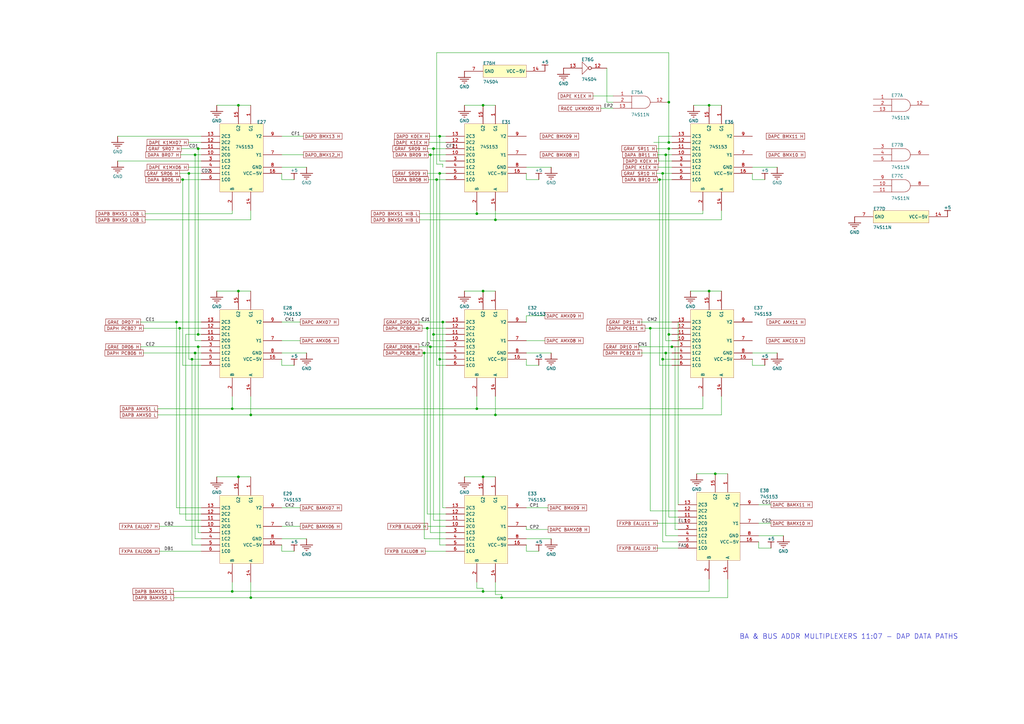
<source format=kicad_sch>
(kicad_sch (version 20250114) (generator "eeschema") (generator_version "9.0")
  (paper "A3")
  (title_block (title "BA, BUS, ADDR") (date "2025-01-19") (rev "1"))
  (lib_symbols
    (symbol "Untitled-altium-import:+5_BAR" (power)
      (property "Value" "+5" (at 0 -3.81 0))
      (symbol "+5_BAR_0_0"
        (polyline (pts (xy -1.27 -2.54) (xy 1.27 -2.54)) (stroke (width 0.254)))
        (polyline (pts (xy 0 0) (xy 0 -2.54)) (stroke (width 0.254)))
        (pin power_in line (at 0 0 0) (length 0) (hide yes) (name "+5") (number ""))
      )
    )
    (symbol "Untitled-altium-import:GND_POWER_GROUND" (power)
      (property "Value" "GND" (at 0 -6.35 0))
      (symbol "GND_POWER_GROUND_0_0"
        (polyline (pts (xy -2.54 -2.54) (xy 2.54 -2.54)) (stroke (width 0.254)))
        (polyline (pts (xy -1.778 -3.302) (xy 1.778 -3.302)) (stroke (width 0.254)))
        (polyline (pts (xy -1.016 -4.064) (xy 1.016 -4.064)) (stroke (width 0.254)))
        (polyline (pts (xy -0.254 -4.826) (xy 0.254 -4.826)) (stroke (width 0.254)))
        (polyline (pts (xy 0 0) (xy 0 -2.54)) (stroke (width 0.254)))
        (pin power_in line (at 0 0 0) (length 0) (hide yes) (name "GND") (number ""))
      )
    )
    (symbol "Untitled-altium-import:root_0_74S04"
      (symbol "root_0_74S04_1_0"
        (polyline (pts (xy 7.62 -2.54) (xy 7.62 2.54) (xy 10.16 0) (xy 7.62 -2.54)))
        (pin input line (at 0 0 0) (length 7.62) (name "1A") (number "1"))
        (pin passive inverted (at 17.78 0 180) (length 7.62) (name "1Y") (number "2"))
      )
      (symbol "root_0_74S04_2_0"
        (polyline (pts (xy 7.62 -2.54) (xy 7.62 2.54) (xy 10.16 0) (xy 7.62 -2.54)))
        (pin input line (at 0 0 0) (length 7.62) (name "1A") (number "3"))
        (pin passive inverted (at 17.78 0 180) (length 7.62) (name "1Y") (number "4"))
      )
      (symbol "root_0_74S04_3_0"
        (polyline (pts (xy 7.62 -2.54) (xy 7.62 2.54) (xy 10.16 0) (xy 7.62 -2.54)))
        (pin input line (at 0 0 0) (length 7.62) (name "3A") (number "5"))
        (pin passive inverted (at 17.78 0 180) (length 7.62) (name "3Y") (number "6"))
      )
      (symbol "root_0_74S04_4_0"
        (polyline (pts (xy 7.62 -2.54) (xy 7.62 2.54) (xy 10.16 0) (xy 7.62 -2.54)))
        (pin input line (at 0 0 0) (length 7.62) (name "4A") (number "9"))
        (pin passive inverted (at 17.78 0 180) (length 7.62) (name "4Y") (number "8"))
      )
      (symbol "root_0_74S04_5_0"
        (polyline (pts (xy 7.62 -2.54) (xy 7.62 2.54) (xy 10.16 0) (xy 7.62 -2.54)))
        (pin input line (at 0 0 0) (length 7.62) (name "5A") (number "11"))
        (pin passive inverted (at 17.78 0 180) (length 7.62) (name "5Y") (number "10"))
      )
      (symbol "root_0_74S04_7_0"
        (polyline (pts (xy 7.62 -2.54) (xy 7.62 2.54) (xy 10.16 0) (xy 7.62 -2.54)))
        (pin input line (at 0 0 0) (length 7.62) (name "6A") (number "13"))
        (pin passive inverted (at 17.78 0 180) (length 7.62) (name "6Y") (number "12"))
      )
      (symbol "root_0_74S04_8_0"
        (rectangle (start 17.78 2.54) (end 0 -2.54) (stroke (width 0.0254) (color 128 0 0 1)) (fill (type background)))
        (pin passive line (at -7.62 0 0) (length 7.62) (name "GND") (number "7"))
        (pin passive line (at 25.4 0 180) (length 7.62) (name "VCC-5V") (number "14"))
      )
    )
    (symbol "Untitled-altium-import:root_0_74S11N"
      (symbol "root_0_74S11N_1_0"
        (polyline (pts (xy 50.8 25.4) (xy 45.72 25.4) (xy 45.72 20.32) (xy 50.8 20.32)))
        (arc (start 50.9279 25.3898) (mid 53.333 22.8614) (end 50.9307 20.3304))
        (pin passive line (at 38.1 25.4 0) (length 7.62) (name "1A") (number "1"))
        (pin passive line (at 38.1 22.86 0) (length 7.62) (name "1B") (number "2"))
        (pin passive line (at 38.1 20.32 0) (length 7.62) (name "1C") (number "13"))
        (pin passive line (at 60.96 22.86 180) (length 7.62) (name "1Y") (number "12"))
      )
      (symbol "root_0_74S11N_2_0"
        (polyline (pts (xy 5.08 5.08) (xy 0 5.08) (xy 0 0) (xy 5.08 0)))
        (arc (start 5.2079 5.0698) (mid 7.613 2.5414) (end 5.2107 0.0104))
        (pin passive line (at -7.62 5.08 0) (length 7.62) (name "2A") (number "3"))
        (pin passive line (at -7.62 2.54 0) (length 7.62) (name "2B") (number "4"))
        (pin passive line (at -7.62 0 0) (length 7.62) (name "2C") (number "5"))
        (pin passive line (at 15.24 2.54 180) (length 7.62) (name "2Y") (number "6"))
      )
      (symbol "root_0_74S11N_3_0"
        (polyline (pts (xy 5.08 5.08) (xy 0 5.08) (xy 0 0) (xy 5.08 0)))
        (arc (start 5.2079 5.0698) (mid 7.613 2.5414) (end 5.2107 0.0104))
        (pin passive line (at -7.62 5.08 0) (length 7.62) (name "3A") (number "9"))
        (pin passive line (at -7.62 2.54 0) (length 7.62) (name "3B") (number "10"))
        (pin passive line (at -7.62 0 0) (length 7.62) (name "3C") (number "11"))
        (pin passive line (at 15.24 2.54 180) (length 7.62) (name "3Y") (number "8"))
      )
      (symbol "root_0_74S11N_4_0"
        (rectangle (start 22.86 5.08) (end 0 0) (stroke (width 0.0254) (color 128 0 0 1)) (fill (type background)))
        (pin passive line (at -7.62 2.54 0) (length 7.62) (name "GND") (number "7"))
        (pin passive line (at 30.48 2.54 180) (length 7.62) (name "VCC-5V") (number "14"))
      )
    )
    (symbol "Untitled-altium-import:root_0_74S153"
      (symbol "root_0_74S153_1_0"
        (rectangle (start 27.94 27.94) (end 10.16 0) (stroke (width 0.0254) (color 128 0 0 1)) (fill (type background)))
        (pin passive line (at 2.54 22.86 0) (length 7.62) (name "2C3") (number "13"))
        (pin passive line (at 2.54 20.32 0) (length 7.62) (name "2C2") (number "12"))
        (pin passive line (at 2.54 17.78 0) (length 7.62) (name "2C1") (number "11"))
        (pin passive line (at 2.54 15.24 0) (length 7.62) (name "2C0") (number "10"))
        (pin passive line (at 2.54 12.7 0) (length 7.62) (name "1C3") (number "3"))
        (pin passive line (at 2.54 10.16 0) (length 7.62) (name "1C2") (number "4"))
        (pin passive line (at 2.54 7.62 0) (length 7.62) (name "1C1") (number "5"))
        (pin passive line (at 2.54 5.08 0) (length 7.62) (name "1C0") (number "6"))
        (pin passive line (at 15.24 -7.62 90) (length 7.62) (name "B") (number "2"))
        (pin passive line (at 17.78 35.56 270) (length 7.62) (name "G2") (number "15"))
        (pin passive line (at 22.86 35.56 270) (length 7.62) (name "G1") (number "1"))
        (pin passive line (at 22.86 -7.62 90) (length 7.62) (name "A") (number "14"))
        (pin passive line (at 35.56 22.86 180) (length 7.62) (name "Y2") (number "9"))
        (pin passive line (at 35.56 15.24 180) (length 7.62) (name "Y1") (number "7"))
        (pin passive line (at 35.56 10.16 180) (length 7.62) (name "GND") (number "8"))
        (pin passive line (at 35.56 7.62 180) (length 7.62) (name "VCC-5V") (number "16"))
      )
    )
  )
  (text "BA & BUS ADDR MULTIPLEXERS 11:07 - DAP DATA PATHS" (at 303.276 262.382 0) (effects (font (size 2.032 2.032)) (justify left bottom)))
  (junction (at 176.53 63.5))
  (junction (at 80.01 63.5))
  (junction (at 175.26 134.62))
  (junction (at 181.61 132.08))
  (junction (at 97.79 195.58))
  (junction (at 271.78 71.12))
  (junction (at 275.59 142.24))
  (junction (at 97.79 119.38))
  (junction (at 205.74 245.11))
  (junction (at 290.83 119.38))
  (junction (at 180.34 55.88))
  (junction (at 81.28 137.16))
  (junction (at 195.58 87.63))
  (junction (at 271.78 147.32))
  (junction (at 198.12 119.38))
  (junction (at 274.32 41.91))
  (junction (at 176.53 142.24))
  (junction (at 81.28 142.24))
  (junction (at 95.25 242.57))
  (junction (at 195.58 167.64))
  (junction (at 266.7 134.62))
  (junction (at 274.32 60.96))
  (junction (at 274.32 58.42))
  (junction (at 203.2 90.17))
  (junction (at 293.37 194.31))
  (junction (at 198.12 195.58))
  (junction (at 273.05 144.78))
  (junction (at 73.66 134.62))
  (junction (at 179.07 73.66))
  (junction (at 198.12 43.18))
  (junction (at 80.01 144.78))
  (junction (at 177.8 60.96))
  (junction (at 72.39 132.08))
  (junction (at 180.34 147.32))
  (junction (at 273.05 63.5))
  (junction (at 102.87 245.11))
  (junction (at 180.34 71.12))
  (junction (at 177.8 137.16))
  (junction (at 198.12 242.57))
  (junction (at 203.2 170.18))
  (junction (at 274.32 137.16))
  (junction (at 77.47 71.12))
  (junction (at 102.87 170.18))
  (junction (at 74.93 73.66))
  (junction (at 78.74 147.32))
  (junction (at 173.99 144.78))
  (junction (at 81.28 60.96))
  (junction (at 97.79 43.18))
  (junction (at 95.25 167.64))
  (junction (at 270.51 73.66))
  (junction (at 290.83 43.18))
  (wire (pts (xy 316.23 207.01) (xy 311.15 207.01)))
  (wire (pts (xy 177.8 60.96) (xy 182.88 60.96)))
  (wire (pts (xy 293.37 194.31) (xy 298.45 194.31)))
  (wire (pts (xy 173.99 220.98) (xy 182.88 220.98)))
  (wire (pts (xy 273.05 144.78) (xy 275.59 144.78)))
  (wire (pts (xy 226.06 68.58) (xy 215.9 68.58)))
  (wire (pts (xy 175.644 73.66) (xy 179.07 73.66)))
  (wire (pts (xy 64.651 167.64) (xy 95.25 167.64)))
  (wire (pts (xy 180.34 223.52) (xy 182.88 223.52)))
  (wire (pts (xy 81.28 142.24) (xy 81.28 218.44)))
  (wire (pts (xy 65.289 215.9) (xy 82.55 215.9)))
  (wire (pts (xy 78.74 223.52) (xy 78.74 147.32)))
  (wire (pts (xy 278.13 212.09) (xy 274.32 212.09)))
  (wire (pts (xy 215.9 226.06) (xy 215.9 223.52)))
  (wire (pts (xy 95.25 242.57) (xy 95.25 238.76)))
  (wire (pts (xy 195.58 241.3) (xy 198.12 241.3)))
  (wire (pts (xy 58.81 144.78) (xy 80.01 144.78)))
  (wire (pts (xy 102.87 170.18) (xy 64.651 170.18)))
  (wire (pts (xy 82.55 220.98) (xy 80.01 220.98)))
  (wire (pts (xy 173.99 144.78) (xy 173.99 220.98)))
  (wire (pts (xy 298.45 237.49) (xy 298.45 245.11)))
  (wire (pts (xy 74.93 73.66) (xy 74.93 149.86)))
  (wire (pts (xy 173.99 144.78) (xy 182.88 144.78)))
  (wire (pts (xy 102.87 90.17) (xy 59.525 90.17)))
  (wire (pts (xy 123.19 215.9) (xy 115.57 215.9)))
  (wire (pts (xy 273.05 63.5) (xy 273.05 139.7)))
  (wire (pts (xy 77.47 71.12) (xy 77.47 147.32)))
  (wire (pts (xy 271.78 71.12) (xy 271.78 147.32)))
  (wire (pts (xy 175.26 134.62) (xy 175.26 210.82)))
  (wire (pts (xy 198.12 195.58) (xy 203.2 195.58)))
  (wire (pts (xy 95.25 87.63) (xy 95.25 86.36)))
  (wire (pts (xy 74.296 60.96) (xy 81.28 60.96)))
  (wire (pts (xy 203.2 170.18) (xy 295.91 170.18)))
  (wire (pts (xy 269.624 73.66) (xy 270.51 73.66)))
  (wire (pts (xy 179.07 73.66) (xy 179.07 149.86)))
  (wire (pts (xy 175.26 134.62) (xy 182.88 134.62)))
  (wire (pts (xy 270.51 73.66) (xy 275.59 73.66)))
  (wire (pts (xy 102.87 162.56) (xy 102.87 170.18)))
  (wire (pts (xy 95.25 242.57) (xy 198.12 242.57)))
  (wire (pts (xy 179.07 73.66) (xy 182.88 73.66)))
  (wire (pts (xy 275.59 58.42) (xy 274.32 58.42)))
  (wire (pts (xy 273.05 63.5) (xy 275.59 63.5)))
  (wire (pts (xy 295.91 90.17) (xy 295.91 86.36)))
  (wire (pts (xy 298.45 245.11) (xy 205.74 245.11)))
  (wire (pts (xy 269.624 63.5) (xy 273.05 63.5)))
  (wire (pts (xy 198.12 241.3) (xy 198.12 242.57)))
  (wire (pts (xy 177.8 60.96) (xy 177.8 137.16)))
  (wire (pts (xy 176.53 142.24) (xy 182.88 142.24)))
  (wire (pts (xy 181.61 67.31) (xy 181.61 68.58)))
  (wire (pts (xy 278.13 222.25) (xy 271.78 222.25)))
  (wire (pts (xy 274.32 60.96) (xy 274.32 137.16)))
  (wire (pts (xy 82.55 223.52) (xy 78.74 223.52)))
  (wire (pts (xy 262.004 142.24) (xy 275.59 142.24)))
  (wire (pts (xy 274.32 41.91) (xy 274.32 58.42)))
  (wire (pts (xy 203.2 90.17) (xy 295.91 90.17)))
  (wire (pts (xy 80.01 220.98) (xy 80.01 144.78)))
  (wire (pts (xy 248.92 27.94) (xy 248.92 41.91)))
  (wire (pts (xy 77.47 71.12) (xy 82.55 71.12)))
  (wire (pts (xy 266.7 134.62) (xy 266.7 209.55)))
  (wire (pts (xy 120.65 226.06) (xy 115.57 226.06)))
  (wire (pts (xy 80.01 139.7) (xy 82.55 139.7)))
  (wire (pts (xy 195.58 238.76) (xy 195.58 241.3)))
  (wire (pts (xy 203.2 86.36) (xy 203.2 90.17)))
  (wire (pts (xy 120.65 149.86) (xy 115.57 149.86)))
  (wire (pts (xy 73.66 134.62) (xy 82.55 134.62)))
  (wire (pts (xy 77.228 58.42) (xy 82.55 58.42)))
  (wire (pts (xy 177.8 213.36) (xy 182.88 213.36)))
  (wire (pts (xy 274.32 137.16) (xy 275.59 137.16)))
  (wire (pts (xy 215.9 149.86) (xy 215.9 147.32)))
  (wire (pts (xy 179.07 67.31) (xy 181.61 67.31)))
  (wire (pts (xy 48.26 66.04) (xy 82.55 66.04)))
  (wire (pts (xy 198.12 119.38) (xy 203.2 119.38)))
  (wire (pts (xy 102.87 238.76) (xy 102.87 245.11)))
  (wire (pts (xy 224.79 217.17) (xy 215.9 217.17)))
  (wire (pts (xy 81.28 137.16) (xy 82.55 137.16)))
  (wire (pts (xy 82.55 208.28) (xy 72.39 208.28)))
  (wire (pts (xy 74.044 63.5) (xy 80.01 63.5)))
  (wire (pts (xy 81.28 60.96) (xy 82.55 60.96)))
  (wire (pts (xy 246.38 44.45) (xy 251.46 44.45)))
  (wire (pts (xy 171.834 132.08) (xy 181.61 132.08)))
  (wire (pts (xy 124.46 63.5) (xy 115.57 63.5)))
  (wire (pts (xy 181.61 132.08) (xy 182.88 132.08)))
  (wire (pts (xy 81.28 142.24) (xy 82.55 142.24)))
  (wire (pts (xy 176.53 142.24) (xy 176.53 218.44)))
  (wire (pts (xy 74.93 73.66) (xy 82.55 73.66)))
  (wire (pts (xy 123.19 132.08) (xy 115.57 132.08)))
  (wire (pts (xy 72.39 132.08) (xy 82.55 132.08)))
  (wire (pts (xy 120.65 73.66) (xy 115.57 73.66)))
  (wire (pts (xy 274.32 212.09) (xy 274.32 137.16)))
  (wire (pts (xy 269.24 60.96) (xy 274.32 60.96)))
  (wire (pts (xy 123.19 208.28) (xy 115.57 208.28)))
  (wire (pts (xy 274.32 21.59) (xy 179.07 21.59)))
  (wire (pts (xy 198.12 43.18) (xy 203.2 43.18)))
  (wire (pts (xy 82.55 213.36) (xy 76.2 213.36)))
  (wire (pts (xy 81.28 218.44) (xy 82.55 218.44)))
  (wire (pts (xy 284.48 43.18) (xy 290.83 43.18)))
  (wire (pts (xy 223.52 139.7) (xy 215.9 139.7)))
  (wire (pts (xy 181.61 132.08) (xy 181.61 208.28)))
  (wire (pts (xy 102.87 43.18) (xy 97.79 43.18)))
  (wire (pts (xy 175.465 215.9) (xy 182.88 215.9)))
  (wire (pts (xy 179.07 21.59) (xy 179.07 67.31)))
  (wire (pts (xy 77.47 147.32) (xy 78.74 147.32)))
  (wire (pts (xy 290.83 43.18) (xy 295.91 43.18)))
  (wire (pts (xy 195.58 167.64) (xy 288.29 167.64)))
  (wire (pts (xy 318.77 68.58) (xy 308.61 68.58)))
  (wire (pts (xy 65.289 226.06) (xy 82.55 226.06)))
  (wire (pts (xy 274.32 58.42) (xy 268.092 58.42)))
  (wire (pts (xy 226.06 220.98) (xy 215.9 220.98)))
  (wire (pts (xy 76.2 137.16) (xy 81.28 137.16)))
  (wire (pts (xy 180.34 71.12) (xy 180.34 147.32)))
  (wire (pts (xy 251.46 39.37) (xy 243.206 39.37)))
  (wire (pts (xy 76.2 213.36) (xy 76.2 137.16)))
  (wire (pts (xy 74.93 149.86) (xy 82.55 149.86)))
  (wire (pts (xy 97.79 119.38) (xy 88.9 119.38)))
  (wire (pts (xy 195.58 87.63) (xy 195.58 86.36)))
  (wire (pts (xy 270.131 55.88) (xy 270.131 66.04)))
  (wire (pts (xy 175.26 71.12) (xy 180.34 71.12)))
  (wire (pts (xy 275.59 55.88) (xy 270.131 55.88)))
  (wire (pts (xy 220.98 149.86) (xy 215.9 149.86)))
  (wire (pts (xy 73.663 71.12) (xy 77.47 71.12)))
  (wire (pts (xy 285.75 194.31) (xy 293.37 194.31)))
  (wire (pts (xy 271.78 222.25) (xy 271.78 147.32)))
  (wire (pts (xy 275.59 134.62) (xy 266.7 134.62)))
  (wire (pts (xy 278.13 217.17) (xy 276.86 217.17)))
  (wire (pts (xy 220.98 226.06) (xy 215.9 226.06)))
  (wire (pts (xy 179.07 149.86) (xy 182.88 149.86)))
  (wire (pts (xy 313.69 73.66) (xy 308.61 73.66)))
  (wire (pts (xy 313.69 149.86) (xy 308.61 149.86)))
  (wire (pts (xy 290.83 237.49) (xy 290.83 242.57)))
  (wire (pts (xy 57.66 132.08) (xy 72.39 132.08)))
  (wire (pts (xy 308.61 149.86) (xy 308.61 147.32)))
  (wire (pts (xy 172.045 90.17) (xy 203.2 90.17)))
  (wire (pts (xy 180.34 147.32) (xy 182.88 147.32)))
  (wire (pts (xy 102.87 170.18) (xy 203.2 170.18)))
  (wire (pts (xy 274.32 41.91) (xy 274.32 21.59)))
  (wire (pts (xy 71.12 242.57) (xy 95.25 242.57)))
  (wire (pts (xy 176.53 63.5) (xy 176.53 139.7)))
  (wire (pts (xy 175.896 58.42) (xy 182.88 58.42)))
  (wire (pts (xy 74.044 73.66) (xy 74.93 73.66)))
  (wire (pts (xy 97.79 43.18) (xy 88.9 43.18)))
  (wire (pts (xy 78.74 147.32) (xy 82.55 147.32)))
  (wire (pts (xy 80.01 144.78) (xy 82.55 144.78)))
  (wire (pts (xy 269.24 224.79) (xy 278.13 224.79)))
  (wire (pts (xy 270.51 73.66) (xy 270.51 149.86)))
  (wire (pts (xy 220.98 73.66) (xy 215.9 73.66)))
  (wire (pts (xy 174.382 226.06) (xy 182.88 226.06)))
  (wire (pts (xy 181.61 208.28) (xy 182.88 208.28)))
  (wire (pts (xy 190.5 195.58) (xy 198.12 195.58)))
  (wire (pts (xy 80.01 63.5) (xy 82.55 63.5)))
  (wire (pts (xy 125.73 144.78) (xy 115.57 144.78)))
  (wire (pts (xy 175.26 210.82) (xy 182.88 210.82)))
  (wire (pts (xy 176.151 55.88) (xy 180.34 55.88)))
  (wire (pts (xy 273.05 219.71) (xy 273.05 144.78)))
  (wire (pts (xy 205.74 245.11) (xy 102.87 245.11)))
  (wire (pts (xy 73.66 210.82) (xy 73.66 134.62)))
  (wire (pts (xy 226.06 144.78) (xy 215.9 144.78)))
  (wire (pts (xy 321.31 219.71) (xy 311.15 219.71)))
  (wire (pts (xy 180.34 147.32) (xy 180.34 223.52)))
  (wire (pts (xy 308.61 73.66) (xy 308.61 71.12)))
  (wire (pts (xy 195.58 87.63) (xy 288.29 87.63)))
  (wire (pts (xy 266.7 209.55) (xy 278.13 209.55)))
  (wire (pts (xy 271.78 71.12) (xy 275.59 71.12)))
  (wire (pts (xy 176.53 218.44) (xy 182.88 218.44)))
  (wire (pts (xy 180.34 55.88) (xy 180.34 66.04)))
  (wire (pts (xy 274.32 60.96) (xy 275.59 60.96)))
  (wire (pts (xy 288.29 87.63) (xy 288.29 86.36)))
  (wire (pts (xy 318.77 144.78) (xy 308.61 144.78)))
  (wire (pts (xy 175.26 60.96) (xy 177.8 60.96)))
  (wire (pts (xy 58.81 134.62) (xy 73.66 134.62)))
  (wire (pts (xy 215.9 132.08) (xy 215.9 129.54)))
  (wire (pts (xy 115.57 73.66) (xy 115.57 71.12)))
  (wire (pts (xy 270.51 149.86) (xy 275.59 149.86)))
  (wire (pts (xy 102.87 245.11) (xy 71.261 245.11)))
  (wire (pts (xy 172.045 87.63) (xy 195.58 87.63)))
  (wire (pts (xy 215.9 217.17) (xy 215.9 215.9)))
  (wire (pts (xy 59.525 87.63) (xy 95.25 87.63)))
  (wire (pts (xy 180.34 66.04) (xy 182.88 66.04)))
  (wire (pts (xy 262.89 144.78) (xy 273.05 144.78)))
  (wire (pts (xy 176.53 139.7) (xy 182.88 139.7)))
  (wire (pts (xy 190.5 119.38) (xy 198.12 119.38)))
  (wire (pts (xy 270.131 66.04) (xy 275.59 66.04)))
  (wire (pts (xy 311.15 224.79) (xy 311.15 222.25)))
  (wire (pts (xy 177.8 137.16) (xy 177.8 213.36)))
  (wire (pts (xy 81.28 60.96) (xy 81.28 137.16)))
  (wire (pts (xy 295.91 170.18) (xy 295.91 162.56)))
  (wire (pts (xy 97.79 195.58) (xy 88.9 195.58)))
  (wire (pts (xy 248.92 41.91) (xy 251.46 41.91)))
  (wire (pts (xy 262.89 132.08) (xy 275.59 132.08)))
  (wire (pts (xy 290.83 242.57) (xy 198.12 242.57)))
  (wire (pts (xy 173.11 144.78) (xy 173.99 144.78)))
  (wire (pts (xy 48.26 55.88) (xy 82.55 55.88)))
  (wire (pts (xy 173.11 134.62) (xy 175.26 134.62)))
  (wire (pts (xy 269.24 71.12) (xy 271.78 71.12)))
  (wire (pts (xy 180.34 71.12) (xy 182.88 71.12)))
  (wire (pts (xy 175.644 63.5) (xy 176.53 63.5)))
  (wire (pts (xy 125.73 68.58) (xy 115.57 68.58)))
  (wire (pts (xy 102.87 119.38) (xy 97.79 119.38)))
  (wire (pts (xy 180.34 55.88) (xy 182.88 55.88)))
  (wire (pts (xy 102.87 86.36) (xy 102.87 90.17)))
  (wire (pts (xy 290.83 119.38) (xy 295.91 119.38)))
  (wire (pts (xy 273.05 139.7) (xy 275.59 139.7)))
  (wire (pts (xy 269.24 214.63) (xy 278.13 214.63)))
  (wire (pts (xy 278.13 207.01) (xy 278.13 132.08)))
  (wire (pts (xy 269.876 68.58) (xy 275.59 68.58)))
  (wire (pts (xy 283.21 119.38) (xy 290.83 119.38)))
  (wire (pts (xy 176.53 63.5) (xy 182.88 63.5)))
  (wire (pts (xy 95.25 167.64) (xy 195.58 167.64)))
  (wire (pts (xy 264.55 134.62) (xy 266.7 134.62)))
  (wire (pts (xy 288.29 167.64) (xy 288.29 162.56)))
  (wire (pts (xy 57.66 142.24) (xy 81.28 142.24)))
  (wire (pts (xy 224.79 208.28) (xy 215.9 208.28)))
  (wire (pts (xy 115.57 226.06) (xy 115.57 223.52)))
  (wire (pts (xy 102.87 195.58) (xy 97.79 195.58)))
  (wire (pts (xy 125.73 220.98) (xy 115.57 220.98)))
  (wire (pts (xy 316.23 214.63) (xy 311.15 214.63)))
  (wire (pts (xy 278.13 219.71) (xy 273.05 219.71)))
  (wire (pts (xy 316.23 224.79) (xy 311.15 224.79)))
  (wire (pts (xy 124.46 55.88) (xy 115.57 55.88)))
  (wire (pts (xy 205.74 243.84) (xy 205.74 245.11)))
  (wire (pts (xy 203.2 238.76) (xy 203.2 243.84)))
  (wire (pts (xy 80.01 63.5) (xy 80.01 139.7)))
  (wire (pts (xy 115.57 149.86) (xy 115.57 147.32)))
  (wire (pts (xy 215.9 129.54) (xy 223.51 129.54)))
  (wire (pts (xy 72.39 208.28) (xy 72.39 132.08)))
  (wire (pts (xy 195.58 167.64) (xy 195.58 162.56)))
  (wire (pts (xy 276.86 217.17) (xy 276.86 142.24)))
  (wire (pts (xy 171.834 142.24) (xy 176.53 142.24)))
  (wire (pts (xy 215.9 73.66) (xy 215.9 71.12)))
  (wire (pts (xy 203.2 243.84) (xy 205.74 243.84)))
  (wire (pts (xy 77.228 68.58) (xy 82.55 68.58)))
  (wire (pts (xy 276.86 142.24) (xy 275.59 142.24)))
  (wire (pts (xy 177.8 137.16) (xy 182.88 137.16)))
  (wire (pts (xy 271.78 147.32) (xy 275.59 147.32)))
  (wire (pts (xy 95.25 167.64) (xy 95.25 162.56)))
  (wire (pts (xy 123.19 139.7) (xy 115.57 139.7)))
  (wire (pts (xy 82.55 210.82) (xy 73.66 210.82)))
  (wire (pts (xy 190.5 43.18) (xy 198.12 43.18)))
  (wire (pts (xy 203.2 162.56) (xy 203.2 170.18)))
  (label "CM2" (at 265.43 132.08 0))
  (label "DB1" (at 67.31 226.06 0))
  (label "CP1" (at 217.17 208.28 0))
  (label "FA1" (at 278.13 224.79 0))
  (label "CB2" (at 67.31 215.9 0))
  (label "CL1" (at 116.84 215.9 0))
  (label "CP2" (at 217.17 217.17 0))
  (label "CF1" (at 119.38 55.88 0))
  (label "CK2" (at 116.84 208.28 0))
  (label "CS2" (at 312.42 214.63 0))
  (label "CF2" (at 182.88 60.96 0))
  (label "CD1" (at 77.47 60.96 0))
  (label "CE1" (at 59.69 132.08 0))
  (label "EL1" (at 278.13 214.63 0))
  (label "CE2" (at 59.69 142.24 0))
  (label "CJ1" (at 172.72 132.08 0))
  (label "CD2" (at 82.55 71.12 0))
  (label "CK1" (at 116.84 132.08 0))
  (label "CN1" (at 261.62 142.24 0))
  (label "CJ1" (at 172.72 132.08 0))
  (label "CS1" (at 312.42 207.01 0))
  (label "EP2" (at 247.65 44.45 0))
  (label "CJ2" (at 172.72 142.24 0))
  (global_label "DAPA BR11 H" (shape passive) (at 269.624 63.5 180) (property "Intersheetrefs" "${INTERSHEET_REFS}" (at 254.8082 63.5 0) (effects (justify right))))
  (global_label "DAPA BR09 H" (shape passive) (at 175.644 63.5 180) (property "Intersheetrefs" "${INTERSHEET_REFS}" (at 160.8282 63.5 0) (effects (justify right))))
  (global_label "DAPD K0EX H" (shape passive) (at 176.151 55.88 180) (property "Intersheetrefs" "${INTERSHEET_REFS}" (at 161.2748 55.88 0) (effects (justify right))))
  (global_label "FXPB EALU10 H" (shape passive) (at 269.632 224.79 180) (property "Intersheetrefs" "${INTERSHEET_REFS}" (at 252.6391 224.79 0) (effects (justify right))))
  (global_label "GRAF DR11 H" (shape passive) (at 263.274 132.08 180) (property "Intersheetrefs" "${INTERSHEET_REFS}" (at 248.4582 132.08 0) (effects (justify right))))
  (global_label "GRAF_DR08_H" (shape passive) (at 171.834 142.24 180) (property "Intersheetrefs" "${INTERSHEET_REFS}" (at 157.0182 142.24 0) (effects (justify right))))
  (global_label "DAPD BMX13 H" (shape passive) (at 124.46 55.88 0) (property "Intersheetrefs" "${INTERSHEET_REFS}" (at 140.8481 55.88 0) (effects (justify left))))
  (global_label "DAPC BAMX11 H" (shape passive) (at 316.23 207.01 0) (property "Intersheetrefs" "${INTERSHEET_REFS}" (at 333.7067 207.01 0) (effects (justify left))))
  (global_label "DAPH_PCB09_H" (shape passive) (at 173.11 134.62 180) (property "Intersheetrefs" "${INTERSHEET_REFS}" (at 156.7823 134.62 0) (effects (justify right))))
  (global_label "DAPB BAMXS1 L" (shape passive) (at 71.12 242.57 180) (property "Intersheetrefs" "${INTERSHEET_REFS}" (at 53.9457 242.57 0) (effects (justify right))))
  (global_label "DAPB BMXS0 LOB L" (shape passive) (at 59.525 90.17 180) (property "Intersheetrefs" "${INTERSHEET_REFS}" (at 38.8431 90.17 0) (effects (justify right))))
  (global_label "DAPH PCB07 H" (shape passive) (at 58.81 134.62 180) (property "Intersheetrefs" "${INTERSHEET_REFS}" (at 42.4823 134.62 0) (effects (justify right))))
  (global_label "DAPA BR10 H" (shape passive) (at 269.624 73.66 180) (property "Intersheetrefs" "${INTERSHEET_REFS}" (at 254.8082 73.66 0) (effects (justify right))))
  (global_label "DAPC BMX11 H" (shape passive) (at 330.084 55.88 180) (property "Intersheetrefs" "${INTERSHEET_REFS}" (at 313.6959 55.88 0) (effects (justify right))))
  (global_label "FXPB EALU11 H" (shape passive) (at 269.632 214.63 180) (property "Intersheetrefs" "${INTERSHEET_REFS}" (at 252.6391 214.63 0) (effects (justify right))))
  (global_label "DAPC BMX08 H" (shape passive) (at 237.374 63.5 180) (property "Intersheetrefs" "${INTERSHEET_REFS}" (at 220.9859 63.5 0) (effects (justify right))))
  (global_label "DAPE K1EX H" (shape passive) (at 175.896 58.42 180) (property "Intersheetrefs" "${INTERSHEET_REFS}" (at 161.1408 58.42 0) (effects (justify right))))
  (global_label "DAPA BR07 H" (shape passive) (at 74.044 63.5 180) (property "Intersheetrefs" "${INTERSHEET_REFS}" (at 59.2282 63.5 0) (effects (justify right))))
  (global_label "RACC UKMX00 H" (shape passive) (at 246.38 44.45 180) (property "Intersheetrefs" "${INTERSHEET_REFS}" (at 228.6614 44.45 0) (effects (justify right))))
  (global_label "DAPD BMXS1 HIB L" (shape passive) (at 172.045 87.63 180) (property "Intersheetrefs" "${INTERSHEET_REFS}" (at 151.7864 87.63 0) (effects (justify right))))
  (global_label "DAPB BMXS1 LOB L" (shape passive) (at 59.525 87.63 180) (property "Intersheetrefs" "${INTERSHEET_REFS}" (at 38.8431 87.63 0) (effects (justify right))))
  (global_label "DAPC AMX06 H" (shape passive) (at 123.19 139.7 0) (property "Intersheetrefs" "${INTERSHEET_REFS}" (at 139.3967 139.7 0) (effects (justify left))))
  (global_label "DAPE K1MX07 H" (shape passive) (at 77.228 58.42 180) (property "Intersheetrefs" "${INTERSHEET_REFS}" (at 59.7514 58.42 0) (effects (justify right))))
  (global_label "GRAF SR09 H" (shape passive) (at 175.26 71.12 180) (property "Intersheetrefs" "${INTERSHEET_REFS}" (at 160.5047 71.12 0) (effects (justify right))))
  (global_label "DAPC AMX09 H" (shape passive) (at 223.51 129.54 0) (property "Intersheetrefs" "${INTERSHEET_REFS}" (at 239.7167 129.54 0) (effects (justify left))))
  (global_label "DAPB BAMXS0 L" (shape passive) (at 71.261 245.11 180) (property "Intersheetrefs" "${INTERSHEET_REFS}" (at 54.0867 245.11 0) (effects (justify right))))
  (global_label "GRAE DR06 H" (shape passive) (at 57.66 142.24 180) (property "Intersheetrefs" "${INTERSHEET_REFS}" (at 42.7838 142.24 0) (effects (justify right))))
  (global_label "GRAF SR10 H" (shape passive) (at 269.24 71.12 180) (property "Intersheetrefs" "${INTERSHEET_REFS}" (at 254.4847 71.12 0) (effects (justify right))))
  (global_label "DAPC AMX08 H" (shape passive) (at 223.52 139.7 0) (property "Intersheetrefs" "${INTERSHEET_REFS}" (at 239.7267 139.7 0) (effects (justify left))))
  (global_label "DAPC BAMX07 H" (shape passive) (at 123.19 208.28 0) (property "Intersheetrefs" "${INTERSHEET_REFS}" (at 140.6667 208.28 0) (effects (justify left))))
  (global_label "DAPD_BMX12_H" (shape passive) (at 124.46 63.5 0) (property "Intersheetrefs" "${INTERSHEET_REFS}" (at 140.8481 63.5 0) (effects (justify left))))
  (global_label "DAPC AMX07 H" (shape passive) (at 123.19 132.08 0) (property "Intersheetrefs" "${INTERSHEET_REFS}" (at 139.3967 132.08 0) (effects (justify left))))
  (global_label "GRAF SR07 H" (shape passive) (at 74.296 60.96 180) (property "Intersheetrefs" "${INTERSHEET_REFS}" (at 59.5407 60.96 0) (effects (justify right))))
  (global_label "GRAF SR09 H" (shape passive) (at 175.26 60.96 180) (property "Intersheetrefs" "${INTERSHEET_REFS}" (at 160.5047 60.96 0) (effects (justify right))))
  (global_label "DAPH PCB06 H" (shape passive) (at 58.81 144.78 180) (property "Intersheetrefs" "${INTERSHEET_REFS}" (at 42.4823 144.78 0) (effects (justify right))))
  (global_label "GRAF SR11 H" (shape passive) (at 269.24 60.96 180) (property "Intersheetrefs" "${INTERSHEET_REFS}" (at 254.4847 60.96 0) (effects (justify right))))
  (global_label "DAPD K0EX H" (shape passive) (at 270.131 66.04 180) (property "Intersheetrefs" "${INTERSHEET_REFS}" (at 255.2548 66.04 0) (effects (justify right))))
  (global_label "FXPB EALU08 H" (shape passive) (at 174.382 226.06 180) (property "Intersheetrefs" "${INTERSHEET_REFS}" (at 157.3891 226.06 0) (effects (justify right))))
  (global_label "DAPA BR08 H" (shape passive) (at 175.644 73.66 180) (property "Intersheetrefs" "${INTERSHEET_REFS}" (at 160.8282 73.66 0) (effects (justify right))))
  (global_label "DAPE K1EX H" (shape passive) (at 243.206 39.37 180) (property "Intersheetrefs" "${INTERSHEET_REFS}" (at 228.4508 39.37 0) (effects (justify right))))
  (global_label "DAPC BAMX10 H" (shape passive) (at 316.23 214.63 0) (property "Intersheetrefs" "${INTERSHEET_REFS}" (at 333.7067 214.63 0) (effects (justify left))))
  (global_label "DAPD BMXS0 HIB L" (shape passive) (at 172.045 90.17 180) (property "Intersheetrefs" "${INTERSHEET_REFS}" (at 151.7864 90.17 0) (effects (justify right))))
  (global_label "DAPC BMX09 H" (shape passive) (at 224.79 208.28 0) (property "Intersheetrefs" "${INTERSHEET_REFS}" (at 241.1781 208.28 0) (effects (justify left))))
  (global_label "FXPA EALO06 H" (shape passive) (at 65.289 226.06 180) (property "Intersheetrefs" "${INTERSHEET_REFS}" (at 48.4775 226.06 0) (effects (justify right))))
  (global_label "DAPC BMX09 H" (shape passive) (at 237.374 55.88 180) (property "Intersheetrefs" "${INTERSHEET_REFS}" (at 220.9859 55.88 0) (effects (justify right))))
  (global_label "GRAF SR06 H" (shape passive) (at 73.663 71.12 180) (property "Intersheetrefs" "${INTERSHEET_REFS}" (at 58.9077 71.12 0) (effects (justify right))))
  (global_label "DAPC BMX10 H" (shape passive) (at 330.2 63.5 180) (property "Intersheetrefs" "${INTERSHEET_REFS}" (at 313.8119 63.5 0) (effects (justify right))))
  (global_label "DAPC AMX11 H" (shape passive) (at 330.21 132.08 180) (property "Intersheetrefs" "${INTERSHEET_REFS}" (at 314.0033 132.08 0) (effects (justify right))))
  (global_label "DAPH PCB11 H" (shape passive) (at 264.55 134.62 180) (property "Intersheetrefs" "${INTERSHEET_REFS}" (at 248.2223 134.62 0) (effects (justify right))))
  (global_label "DAPE K1MX06 H" (shape passive) (at 77.228 68.58 180) (property "Intersheetrefs" "${INTERSHEET_REFS}" (at 59.7514 68.58 0) (effects (justify right))))
  (global_label "FXPB EALU09 H" (shape passive) (at 175.465 215.9 180) (property "Intersheetrefs" "${INTERSHEET_REFS}" (at 158.4721 215.9 0) (effects (justify right))))
  (global_label "DAPH PCB10 H" (shape passive) (at 263.28 144.78 180) (property "Intersheetrefs" "${INTERSHEET_REFS}" (at 246.9523 144.78 0) (effects (justify right))))
  (global_label "DAPC BAMX06 H" (shape passive) (at 123.19 215.9 0) (property "Intersheetrefs" "${INTERSHEET_REFS}" (at 140.6667 215.9 0) (effects (justify left))))
  (global_label "DAPC AMC10 H" (shape passive) (at 330.084 139.7 180) (property "Intersheetrefs" "${INTERSHEET_REFS}" (at 313.8168 139.7 0) (effects (justify right))))
  (global_label "DAPA BR06 H" (shape passive) (at 74.044 73.66 180) (property "Intersheetrefs" "${INTERSHEET_REFS}" (at 59.2282 73.66 0) (effects (justify right))))
  (global_label "DAPE K1EX H" (shape passive) (at 269.876 68.58 180) (property "Intersheetrefs" "${INTERSHEET_REFS}" (at 255.1208 68.58 0) (effects (justify right))))
  (global_label "DAPB AMXS1 L" (shape passive) (at 64.651 167.64 180) (property "Intersheetrefs" "${INTERSHEET_REFS}" (at 48.7467 167.64 0) (effects (justify right))))
  (global_label "GRAF DR10 H" (shape passive) (at 262.004 142.24 180) (property "Intersheetrefs" "${INTERSHEET_REFS}" (at 247.1882 142.24 0) (effects (justify right))))
  (global_label "GRAF_DR09_H" (shape passive) (at 171.834 132.08 180) (property "Intersheetrefs" "${INTERSHEET_REFS}" (at 157.0182 132.08 0) (effects (justify right))))
  (global_label "FXPA EALU07 H" (shape passive) (at 65.289 215.9 180) (property "Intersheetrefs" "${INTERSHEET_REFS}" (at 48.4775 215.9 0) (effects (justify right))))
  (global_label "GRAE DR07 H" (shape passive) (at 57.66 132.08 180) (property "Intersheetrefs" "${INTERSHEET_REFS}" (at 42.7838 132.08 0) (effects (justify right))))
  (global_label "DAPB AMXS0 L" (shape passive) (at 64.651 170.18 180) (property "Intersheetrefs" "${INTERSHEET_REFS}" (at 48.7467 170.18 0) (effects (justify right))))
  (global_label "DAPH_PCB08_H" (shape passive) (at 173.11 144.78 180) (property "Intersheetrefs" "${INTERSHEET_REFS}" (at 156.7823 144.78 0) (effects (justify right))))
  (global_label "DAPC BAMX08 H" (shape passive) (at 224.79 217.17 0) (property "Intersheetrefs" "${INTERSHEET_REFS}" (at 242.2667 217.17 0) (effects (justify left))))
  (symbol (lib_id "Untitled-altium-import:root_0_74S11N") (at 365.76 66.04 0) (unit 2)
    (property "Reference" "E77" (at 365.506 60.198 0) (effects (justify left bottom)))
    (property "Value" "74S11N" (at 365.506 69.342 0) (effects (justify left bottom)))
    (property "Footprint" "DIP14-300" (effects (hide yes)))
    (property "SUPPLIER 1" "Rochester Electronics" (effects (hide yes)))
    (property "SUPPLIER PART NUMBER 1" "SN74S11N" (effects (hide yes)))
  )
  (symbol (lib_id "Untitled-altium-import:GND_POWER_GROUND") (at 284.48 43.18 0) (unit 1)
    (property "Reference" "#PWR044" (effects (hide yes)))
    (property "Value" "GND" (at 284.48 49.53 0))
  )
  (symbol (lib_id "Untitled-altium-import:+5_BAR") (at 316.23 224.79 180) (unit 1)
    (property "Reference" "#PWR048" (effects (hide yes)))
    (property "Value" "+5" (at 316.23 220.98 0))
  )
  (symbol (lib_id "Untitled-altium-import:+5_BAR") (at 313.69 73.66 180) (unit 1)
    (property "Reference" "#PWR046" (effects (hide yes)))
    (property "Value" "+5" (at 313.69 69.85 0))
  )
  (symbol (lib_id "Untitled-altium-import:GND_POWER_GROUND") (at 125.73 220.98 0) (unit 1)
    (property "Reference" "#PWR030" (effects (hide yes)))
    (property "Value" "GND" (at 125.73 227.33 0))
  )
  (symbol (lib_id "Untitled-altium-import:GND_POWER_GROUND") (at 231.14 27.94 0) (unit 1)
    (property "Reference" "#PWR042" (effects (hide yes)))
    (property "Value" "GND" (at 231.14 34.29 0))
  )
  (symbol (lib_id "Untitled-altium-import:+5_BAR") (at 120.65 149.86 180) (unit 1)
    (property "Reference" "#PWR026" (effects (hide yes)))
    (property "Value" "+5" (at 120.65 146.05 0))
  )
  (symbol (lib_id "Untitled-altium-import:root_0_74S11N") (at 365.76 78.74 0) (unit 3)
    (property "Reference" "E77" (at 365.506 72.898 0) (effects (justify left bottom)))
    (property "Value" "74S11N" (at 365.506 82.042 0) (effects (justify left bottom)))
    (property "Footprint" "DIP14-300" (effects (hide yes)))
    (property "SUPPLIER 1" "Rochester Electronics" (effects (hide yes)))
    (property "SUPPLIER PART NUMBER 1" "SN74S11N" (effects (hide yes)))
  )
  (symbol (lib_id "Untitled-altium-import:root_0_74S04") (at 231.14 27.94 0) (unit 7)
    (property "Reference" "E76" (at 238.506 25.146 0) (effects (justify left bottom)))
    (property "Value" "74S04" (at 238.506 33.274 0) (effects (justify left bottom)))
    (property "Footprint" "DIP14-300" (effects (hide yes)))
    (property "SUPPLIER 1" "Mouser" (effects (hide yes)))
    (property "SUPPLIER PART NUMBER 1" "595-SN74S04N" (effects (hide yes)))
  )
  (symbol (lib_id "Untitled-altium-import:GND_POWER_GROUND") (at 226.06 68.58 0) (unit 1)
    (property "Reference" "#PWR039" (effects (hide yes)))
    (property "Value" "GND" (at 226.06 74.93 0))
  )
  (symbol (lib_id "Untitled-altium-import:GND_POWER_GROUND") (at 285.75 194.31 0) (unit 1)
    (property "Reference" "#PWR045" (effects (hide yes)))
    (property "Value" "GND" (at 285.75 200.66 0))
  )
  (symbol (lib_id "Untitled-altium-import:+5_BAR") (at 220.98 149.86 180) (unit 1)
    (property "Reference" "#PWR036" (effects (hide yes)))
    (property "Value" "+5" (at 220.98 146.05 0))
  )
  (symbol (lib_id "Untitled-altium-import:root_0_74S153") (at 180.34 231.14 0) (unit 1)
    (property "Reference" "E33" (at 216.408 203.2 0) (effects (justify left bottom)))
    (property "Value" "74S153" (at 216.408 205.74 0) (effects (justify left bottom)))
    (property "Footprint" "DIP16" (effects (hide yes)))
    (property "SUPPLIER 1" "Rochester Electronics" (effects (hide yes)))
    (property "SUPPLIER PART NUMBER 1" "DM74S153N" (effects (hide yes)))
  )
  (symbol (lib_id "Untitled-altium-import:root_0_74S11N") (at 213.36 64.77 0) (unit 1)
    (property "Reference" "E75" (at 258.826 38.608 0) (effects (justify left bottom)))
    (property "Value" "74S11N" (at 258.826 47.752 0) (effects (justify left bottom)))
    (property "Footprint" "DIP14-300" (effects (hide yes)))
    (property "SUPPLIER 1" "Rochester Electronics" (effects (hide yes)))
    (property "SUPPLIER PART NUMBER 1" "SN74S11N" (effects (hide yes)))
  )
  (symbol (lib_id "Untitled-altium-import:GND_POWER_GROUND") (at 88.9 195.58 0) (unit 1)
    (property "Reference" "#PWR024" (effects (hide yes)))
    (property "Value" "GND" (at 88.9 201.93 0))
  )
  (symbol (lib_id "Untitled-altium-import:+5_BAR") (at 120.65 73.66 180) (unit 1)
    (property "Reference" "#PWR025" (effects (hide yes)))
    (property "Value" "+5" (at 120.65 69.85 0))
  )
  (symbol (lib_id "Untitled-altium-import:root_0_74S153") (at 273.05 154.94 0) (unit 1)
    (property "Reference" "E37" (at 309.118 127 0) (effects (justify left bottom)))
    (property "Value" "74S153" (at 309.118 129.54 0) (effects (justify left bottom)))
    (property "Footprint" "DIP16" (effects (hide yes)))
    (property "SUPPLIER 1" "Rochester Electronics" (effects (hide yes)))
    (property "SUPPLIER PART NUMBER 1" "DM74S153N" (effects (hide yes)))
  )
  (symbol (lib_id "Untitled-altium-import:GND_POWER_GROUND") (at 125.73 68.58 0) (unit 1)
    (property "Reference" "#PWR028" (effects (hide yes)))
    (property "Value" "GND" (at 125.73 74.93 0))
  )
  (symbol (lib_id "Untitled-altium-import:GND_POWER_GROUND") (at 125.73 144.78 0) (unit 1)
    (property "Reference" "#PWR029" (effects (hide yes)))
    (property "Value" "GND" (at 125.73 151.13 0))
  )
  (symbol (lib_id "Untitled-altium-import:GND_POWER_GROUND") (at 318.77 144.78 0) (unit 1)
    (property "Reference" "#PWR050" (effects (hide yes)))
    (property "Value" "GND" (at 318.77 151.13 0))
  )
  (symbol (lib_id "Untitled-altium-import:root_0_74S153") (at 273.05 78.74 0) (unit 1)
    (property "Reference" "E36" (at 297.18 50.8 0) (effects (justify left bottom)))
    (property "Value" "74S153" (at 290.83 60.96 0) (effects (justify left bottom)))
    (property "Footprint" "DIP16" (effects (hide yes)))
    (property "SUPPLIER 1" "Rochester Electronics" (effects (hide yes)))
    (property "SUPPLIER PART NUMBER 1" "DM74S153N" (effects (hide yes)))
  )
  (symbol (lib_id "Untitled-altium-import:GND_POWER_GROUND") (at 226.06 144.78 0) (unit 1)
    (property "Reference" "#PWR040" (effects (hide yes)))
    (property "Value" "GND" (at 226.06 151.13 0))
  )
  (symbol (lib_id "Untitled-altium-import:root_0_74S153") (at 180.34 78.74 0) (unit 1)
    (property "Reference" "E31" (at 205.74 50.8 0) (effects (justify left bottom)))
    (property "Value" "74S153" (at 196.85 60.96 0) (effects (justify left bottom)))
    (property "Footprint" "DIP16" (effects (hide yes)))
    (property "SUPPLIER 1" "Rochester Electronics" (effects (hide yes)))
    (property "SUPPLIER PART NUMBER 1" "DM74S153N" (effects (hide yes)))
  )
  (symbol (lib_id "Untitled-altium-import:GND_POWER_GROUND") (at 190.5 29.21 0) (unit 1)
    (property "Reference" "#PWR031" (effects (hide yes)))
    (property "Value" "GND" (at 190.5 35.56 0))
  )
  (symbol (lib_id "Untitled-altium-import:GND_POWER_GROUND") (at 283.21 119.38 0) (unit 1)
    (property "Reference" "#PWR043" (effects (hide yes)))
    (property "Value" "GND" (at 283.21 125.73 0))
  )
  (symbol (lib_id "Untitled-altium-import:+5_BAR") (at 220.98 226.06 180) (unit 1)
    (property "Reference" "#PWR037" (effects (hide yes)))
    (property "Value" "+5" (at 220.98 222.25 0))
  )
  (symbol (lib_id "Untitled-altium-import:GND_POWER_GROUND") (at 88.9 119.38 0) (unit 1)
    (property "Reference" "#PWR023" (effects (hide yes)))
    (property "Value" "GND" (at 88.9 125.73 0))
  )
  (symbol (lib_id "Untitled-altium-import:+5_BAR") (at 223.52 29.21 180) (unit 1)
    (property "Reference" "#PWR038" (effects (hide yes)))
    (property "Value" "+5" (at 223.52 25.4 0))
  )
  (symbol (lib_id "Untitled-altium-import:root_0_74S04") (at 198.12 29.21 0) (unit 8)
    (property "Reference" "E76" (at 198.12 26.67 0) (effects (justify left bottom)))
    (property "Value" "74S04" (at 198.12 34.29 0) (effects (justify left bottom)))
    (property "Footprint" "DIP14-300" (effects (hide yes)))
    (property "SUPPLIER 1" "Mouser" (effects (hide yes)))
    (property "SUPPLIER PART NUMBER 1" "595-SN74S04N" (effects (hide yes)))
  )
  (symbol (lib_id "Untitled-altium-import:GND_POWER_GROUND") (at 226.06 220.98 0) (unit 1)
    (property "Reference" "#PWR041" (effects (hide yes)))
    (property "Value" "GND" (at 226.06 227.33 0))
  )
  (symbol (lib_id "Untitled-altium-import:GND_POWER_GROUND") (at 350.52 88.9 0) (unit 1)
    (property "Reference" "#PWR052" (effects (hide yes)))
    (property "Value" "GND" (at 350.52 95.25 0))
  )
  (symbol (lib_id "Untitled-altium-import:GND_POWER_GROUND") (at 318.77 68.58 0) (unit 1)
    (property "Reference" "#PWR049" (effects (hide yes)))
    (property "Value" "GND" (at 318.77 74.93 0))
  )
  (symbol (lib_id "Untitled-altium-import:root_0_74S153") (at 275.59 229.87 0) (unit 1)
    (property "Reference" "E38" (at 311.658 201.93 0) (effects (justify left bottom)))
    (property "Value" "74S153" (at 311.658 204.47 0) (effects (justify left bottom)))
    (property "Footprint" "DIP16" (effects (hide yes)))
    (property "SUPPLIER 1" "Rochester Electronics" (effects (hide yes)))
    (property "SUPPLIER PART NUMBER 1" "DM74S153N" (effects (hide yes)))
  )
  (symbol (lib_id "Untitled-altium-import:root_0_74S153") (at 80.01 154.94 0) (unit 1)
    (property "Reference" "E28" (at 116.078 127 0) (effects (justify left bottom)))
    (property "Value" "74S153" (at 116.078 129.54 0) (effects (justify left bottom)))
    (property "Footprint" "DIP16" (effects (hide yes)))
    (property "SUPPLIER 1" "Rochester Electronics" (effects (hide yes)))
    (property "SUPPLIER PART NUMBER 1" "DM74S153N" (effects (hide yes)))
  )
  (symbol (lib_id "Untitled-altium-import:GND_POWER_GROUND") (at 190.5 119.38 0) (unit 1)
    (property "Reference" "#PWR033" (effects (hide yes)))
    (property "Value" "GND" (at 190.5 125.73 0))
  )
  (symbol (lib_id "Untitled-altium-import:GND_POWER_GROUND") (at 48.26 66.04 0) (unit 1)
    (property "Reference" "#PWR021" (effects (hide yes)))
    (property "Value" "GND" (at 48.26 72.39 0))
  )
  (symbol (lib_id "Untitled-altium-import:root_0_74S11N") (at 358.14 91.44 0) (unit 4)
    (property "Reference" "E77" (at 358.14 86.36 0) (effects (justify left bottom)))
    (property "Value" "74S11N" (at 358.14 93.98 0) (effects (justify left bottom)))
    (property "Footprint" "DIP14-300" (effects (hide yes)))
    (property "SUPPLIER 1" "Rochester Electronics" (effects (hide yes)))
    (property "SUPPLIER PART NUMBER 1" "SN74S11N" (effects (hide yes)))
  )
  (symbol (lib_id "Untitled-altium-import:+5_BAR") (at 220.98 73.66 180) (unit 1)
    (property "Reference" "#PWR035" (effects (hide yes)))
    (property "Value" "+5" (at 220.98 69.85 0))
  )
  (symbol (lib_id "Untitled-altium-import:root_0_74S11N") (at 320.04 66.04 0) (unit 1)
    (property "Reference" "E77" (at 365.506 39.878 0) (effects (justify left bottom)))
    (property "Value" "74S11N" (at 365.506 49.022 0) (effects (justify left bottom)))
    (property "Footprint" "DIP14-300" (effects (hide yes)))
    (property "SUPPLIER 1" "Rochester Electronics" (effects (hide yes)))
    (property "SUPPLIER PART NUMBER 1" "SN74S11N" (effects (hide yes)))
  )
  (symbol (lib_id "Untitled-altium-import:GND_POWER_GROUND") (at 48.26 55.88 0) (unit 1)
    (property "Reference" "#PWR020" (effects (hide yes)))
    (property "Value" "GND" (at 48.26 62.23 0))
  )
  (symbol (lib_id "Untitled-altium-import:root_0_74S153") (at 80.01 78.74 0) (unit 1)
    (property "Reference" "E27" (at 105.41 50.8 0) (effects (justify left bottom)))
    (property "Value" "74S153" (at 96.52 60.96 0) (effects (justify left bottom)))
    (property "Footprint" "DIP16" (effects (hide yes)))
    (property "SUPPLIER 1" "Rochester Electronics" (effects (hide yes)))
    (property "SUPPLIER PART NUMBER 1" "DM74S153N" (effects (hide yes)))
  )
  (symbol (lib_id "Untitled-altium-import:GND_POWER_GROUND") (at 190.5 43.18 0) (unit 1)
    (property "Reference" "#PWR032" (effects (hide yes)))
    (property "Value" "GND" (at 190.5 49.53 0))
  )
  (symbol (lib_id "Untitled-altium-import:+5_BAR") (at 120.65 226.06 180) (unit 1)
    (property "Reference" "#PWR027" (effects (hide yes)))
    (property "Value" "+5" (at 120.65 222.25 0))
  )
  (symbol (lib_id "Untitled-altium-import:GND_POWER_GROUND") (at 88.9 43.18 0) (unit 1)
    (property "Reference" "#PWR022" (effects (hide yes)))
    (property "Value" "GND" (at 88.9 49.53 0))
  )
  (symbol (lib_id "Untitled-altium-import:root_0_74S153") (at 80.01 231.14 0) (unit 1)
    (property "Reference" "E29" (at 116.078 203.2 0) (effects (justify left bottom)))
    (property "Value" "74S153" (at 116.078 205.74 0) (effects (justify left bottom)))
    (property "Footprint" "DIP16" (effects (hide yes)))
    (property "SUPPLIER 1" "Rochester Electronics" (effects (hide yes)))
    (property "SUPPLIER PART NUMBER 1" "DM74S153N" (effects (hide yes)))
  )
  (symbol (lib_id "Untitled-altium-import:GND_POWER_GROUND") (at 321.31 219.71 0) (unit 1)
    (property "Reference" "#PWR051" (effects (hide yes)))
    (property "Value" "GND" (at 321.31 226.06 0))
  )
  (symbol (lib_id "Untitled-altium-import:GND_POWER_GROUND") (at 190.5 195.58 0) (unit 1)
    (property "Reference" "#PWR034" (effects (hide yes)))
    (property "Value" "GND" (at 190.5 201.93 0))
  )
  (symbol (lib_id "Untitled-altium-import:+5_BAR") (at 313.69 149.86 180) (unit 1)
    (property "Reference" "#PWR047" (effects (hide yes)))
    (property "Value" "+5" (at 313.69 146.05 0))
  )
  (symbol (lib_id "Untitled-altium-import:+5_BAR") (at 388.62 88.9 180) (unit 1)
    (property "Reference" "#PWR053" (effects (hide yes)))
    (property "Value" "+5" (at 388.62 85.09 0))
  )
  (symbol (lib_id "Untitled-altium-import:root_0_74S153") (at 180.34 154.94 0) (unit 1)
    (property "Reference" "E32" (at 216.408 127 0) (effects (justify left bottom)))
    (property "Value" "74S153" (at 216.408 129.54 0) (effects (justify left bottom)))
    (property "Footprint" "DIP16" (effects (hide yes)))
    (property "SUPPLIER 1" "Rochester Electronics" (effects (hide yes)))
    (property "SUPPLIER PART NUMBER 1" "DM74S153N" (effects (hide yes)))
  )
)
</source>
